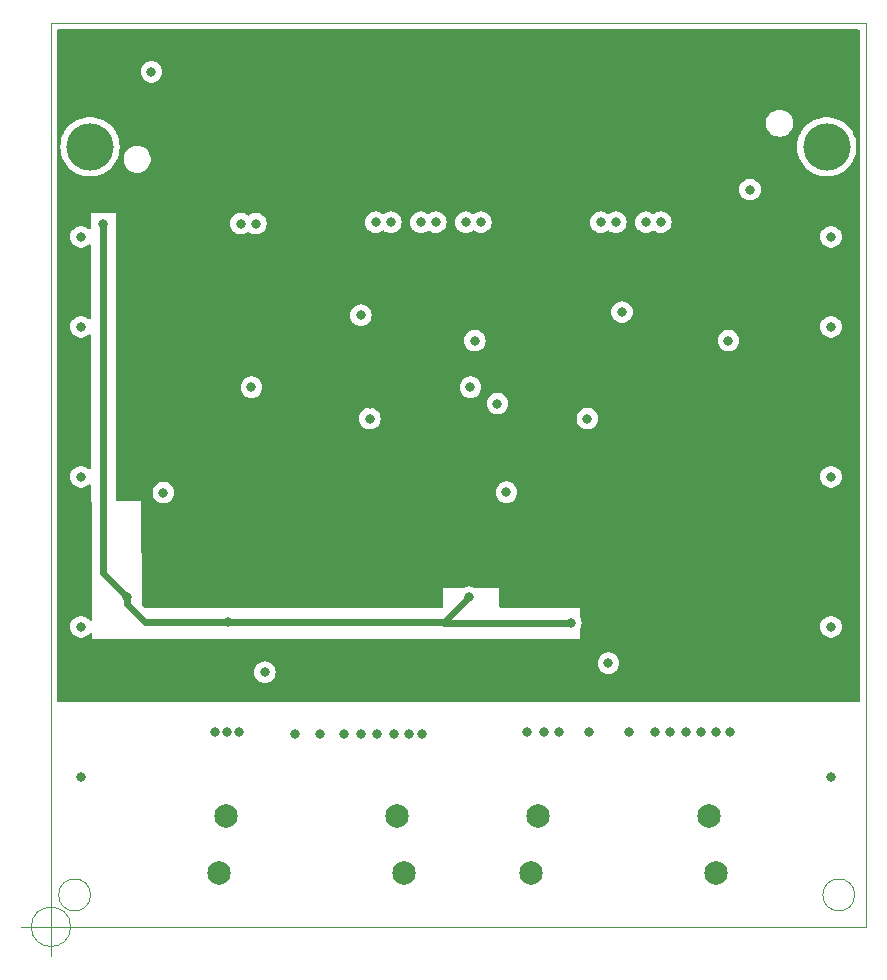
<source format=gbr>
G04 #@! TF.GenerationSoftware,KiCad,Pcbnew,(6.0.4-0)*
G04 #@! TF.CreationDate,2022-11-09T17:11:16+01:00*
G04 #@! TF.ProjectId,adapter_hybrid_assistor_hpc_2HDMI,61646170-7465-4725-9f68-79627269645f,rev?*
G04 #@! TF.SameCoordinates,Original*
G04 #@! TF.FileFunction,Copper,L3,Inr*
G04 #@! TF.FilePolarity,Positive*
%FSLAX46Y46*%
G04 Gerber Fmt 4.6, Leading zero omitted, Abs format (unit mm)*
G04 Created by KiCad (PCBNEW (6.0.4-0)) date 2022-11-09 17:11:16*
%MOMM*%
%LPD*%
G01*
G04 APERTURE LIST*
G04 #@! TA.AperFunction,Profile*
%ADD10C,0.100000*%
G04 #@! TD*
G04 #@! TA.AperFunction,Profile*
%ADD11C,0.050000*%
G04 #@! TD*
G04 #@! TA.AperFunction,ComponentPad*
%ADD12C,4.000000*%
G04 #@! TD*
G04 #@! TA.AperFunction,ComponentPad*
%ADD13C,1.995000*%
G04 #@! TD*
G04 #@! TA.AperFunction,ViaPad*
%ADD14C,0.800000*%
G04 #@! TD*
G04 #@! TA.AperFunction,Conductor*
%ADD15C,0.600000*%
G04 #@! TD*
G04 APERTURE END LIST*
D10*
X100000000Y-100000000D02*
X100000000Y-176500000D01*
X100000000Y-176500000D02*
X169000000Y-176500000D01*
X169000000Y-100000000D02*
X169000000Y-176500000D01*
X100000000Y-100000000D02*
X169000000Y-100000000D01*
D11*
X168050000Y-173800000D02*
G75*
G03*
X168050000Y-173800000I-1350000J0D01*
G01*
X103350000Y-173800000D02*
G75*
G03*
X103350000Y-173800000I-1350000J0D01*
G01*
X104500000Y-110450000D02*
G75*
G03*
X104500000Y-110450000I-1350000J0D01*
G01*
X167200000Y-110450000D02*
G75*
G03*
X167200000Y-110450000I-1350000J0D01*
G01*
X101666666Y-176500000D02*
G75*
G03*
X101666666Y-176500000I-1666666J0D01*
G01*
X97500000Y-176500000D02*
X102500000Y-176500000D01*
X100000000Y-174000000D02*
X100000000Y-179000000D01*
X101666666Y-176500000D02*
G75*
G03*
X101666666Y-176500000I-1666666J0D01*
G01*
X97500000Y-176500000D02*
X102500000Y-176500000D01*
X100000000Y-174000000D02*
X100000000Y-179000000D01*
X101666666Y-176500000D02*
G75*
G03*
X101666666Y-176500000I-1666666J0D01*
G01*
X97500000Y-176500000D02*
X102500000Y-176500000D01*
X100000000Y-174000000D02*
X100000000Y-179000000D01*
D12*
X165683000Y-110458000D03*
X103303000Y-110458000D03*
D13*
X141216000Y-167076000D03*
X155716000Y-167076000D03*
X140616000Y-171976000D03*
X156316000Y-171976000D03*
X114800000Y-167076000D03*
X129300000Y-167076000D03*
X114200000Y-171976000D03*
X129900000Y-171976000D03*
D14*
X106426000Y-148590000D03*
X135382000Y-148590000D03*
X144018000Y-150749000D03*
X104394000Y-116957000D03*
X114973000Y-150711000D03*
X166040000Y-151100000D03*
X166040000Y-138400000D03*
X102540000Y-118080000D03*
X102540000Y-125700000D03*
X120645800Y-160151200D03*
X140335000Y-160045000D03*
X126996000Y-133481000D03*
X145542000Y-160020000D03*
X126238000Y-160147000D03*
X102540000Y-163800000D03*
X118110000Y-154940000D03*
X130302000Y-160147000D03*
X148971000Y-160020000D03*
X145411000Y-133481000D03*
X116967000Y-130810000D03*
X102540000Y-151100000D03*
X166040000Y-163800000D03*
X137795000Y-132207000D03*
X108509000Y-104110000D03*
X102540000Y-138400000D03*
X166040000Y-125700000D03*
X126238000Y-124714000D03*
X122809000Y-160147000D03*
X113919000Y-160045000D03*
X152400000Y-160020000D03*
X148348000Y-124448000D03*
X147193000Y-154178000D03*
X135890000Y-126873000D03*
X159182000Y-114087000D03*
X109513000Y-139739000D03*
X166040000Y-118080000D03*
X135509000Y-130810000D03*
X138557000Y-139700000D03*
X157353000Y-126873000D03*
X156337000Y-160020000D03*
X155829000Y-125683000D03*
X136017000Y-120650000D03*
X126365000Y-122301000D03*
X145415000Y-132080000D03*
X127000000Y-132207000D03*
X118364000Y-139700000D03*
X108331000Y-107940000D03*
X158115000Y-120650000D03*
X127000000Y-134874000D03*
X133858000Y-126873000D03*
X147459000Y-122948000D03*
X135509000Y-136398000D03*
X145415000Y-135128000D03*
X116967000Y-136398000D03*
X114935000Y-148590000D03*
X106553000Y-139700000D03*
X135382000Y-139700000D03*
X143979000Y-148551000D03*
X147193000Y-139827000D03*
X147828000Y-116840000D03*
X136403000Y-116835000D03*
X135128000Y-116840000D03*
X128778000Y-116840000D03*
X131318000Y-116840000D03*
X132583000Y-116835000D03*
X146553000Y-116835000D03*
X127503000Y-116835000D03*
X116078000Y-116967000D03*
X117348000Y-116967000D03*
X157480000Y-160020000D03*
X155067000Y-160020000D03*
X153797000Y-160020000D03*
X151130000Y-160020000D03*
X143002000Y-160020000D03*
X141732000Y-160020000D03*
X114935000Y-160020000D03*
X115951000Y-160020000D03*
X124841000Y-160147000D03*
X127635000Y-160147000D03*
X129032000Y-160147000D03*
X131426000Y-160147000D03*
X151633000Y-116835000D03*
X150373000Y-116835000D03*
D15*
X114973000Y-150711000D02*
X133261000Y-150711000D01*
X104394000Y-116957000D02*
X104394000Y-146558000D01*
X106426000Y-148590000D02*
X106426000Y-149155685D01*
X133261000Y-150711000D02*
X135382000Y-148590000D01*
X106426000Y-149155685D02*
X107981315Y-150711000D01*
X133299000Y-150749000D02*
X144018000Y-150749000D01*
X107981315Y-150711000D02*
X114407315Y-150711000D01*
X133261000Y-150711000D02*
X133299000Y-150749000D01*
X104394000Y-146558000D02*
X106426000Y-148590000D01*
X114407315Y-150711000D02*
X114973000Y-150711000D01*
G04 #@! TA.AperFunction,Conductor*
G36*
X168433621Y-100528502D02*
G01*
X168480114Y-100582158D01*
X168491500Y-100634500D01*
X168491500Y-157354000D01*
X168471498Y-157422121D01*
X168417842Y-157468614D01*
X168365500Y-157480000D01*
X100634500Y-157480000D01*
X100566379Y-157459998D01*
X100519886Y-157406342D01*
X100508500Y-157354000D01*
X100508500Y-154940000D01*
X117196496Y-154940000D01*
X117197186Y-154946565D01*
X117211894Y-155086500D01*
X117216458Y-155129928D01*
X117275473Y-155311556D01*
X117370960Y-155476944D01*
X117498747Y-155618866D01*
X117653248Y-155731118D01*
X117659276Y-155733802D01*
X117659278Y-155733803D01*
X117821681Y-155806109D01*
X117827712Y-155808794D01*
X117921112Y-155828647D01*
X118008056Y-155847128D01*
X118008061Y-155847128D01*
X118014513Y-155848500D01*
X118205487Y-155848500D01*
X118211939Y-155847128D01*
X118211944Y-155847128D01*
X118298888Y-155828647D01*
X118392288Y-155808794D01*
X118398319Y-155806109D01*
X118560722Y-155733803D01*
X118560724Y-155733802D01*
X118566752Y-155731118D01*
X118721253Y-155618866D01*
X118849040Y-155476944D01*
X118944527Y-155311556D01*
X119003542Y-155129928D01*
X119008107Y-155086500D01*
X119022814Y-154946565D01*
X119023504Y-154940000D01*
X119022814Y-154933435D01*
X119004232Y-154756635D01*
X119004232Y-154756633D01*
X119003542Y-154750072D01*
X118944527Y-154568444D01*
X118849040Y-154403056D01*
X118823064Y-154374206D01*
X118725675Y-154266045D01*
X118725674Y-154266044D01*
X118721253Y-154261134D01*
X118606829Y-154178000D01*
X146279496Y-154178000D01*
X146280186Y-154184565D01*
X146287826Y-154257251D01*
X146299458Y-154367928D01*
X146358473Y-154549556D01*
X146453960Y-154714944D01*
X146458378Y-154719851D01*
X146458379Y-154719852D01*
X146485589Y-154750072D01*
X146581747Y-154856866D01*
X146680843Y-154928864D01*
X146705207Y-154946565D01*
X146736248Y-154969118D01*
X146742276Y-154971802D01*
X146742278Y-154971803D01*
X146904681Y-155044109D01*
X146910712Y-155046794D01*
X147004113Y-155066647D01*
X147091056Y-155085128D01*
X147091061Y-155085128D01*
X147097513Y-155086500D01*
X147288487Y-155086500D01*
X147294939Y-155085128D01*
X147294944Y-155085128D01*
X147381887Y-155066647D01*
X147475288Y-155046794D01*
X147481319Y-155044109D01*
X147643722Y-154971803D01*
X147643724Y-154971802D01*
X147649752Y-154969118D01*
X147680794Y-154946565D01*
X147705157Y-154928864D01*
X147804253Y-154856866D01*
X147900411Y-154750072D01*
X147927621Y-154719852D01*
X147927622Y-154719851D01*
X147932040Y-154714944D01*
X148027527Y-154549556D01*
X148086542Y-154367928D01*
X148098175Y-154257251D01*
X148105814Y-154184565D01*
X148106504Y-154178000D01*
X148095280Y-154071206D01*
X148087232Y-153994635D01*
X148087232Y-153994633D01*
X148086542Y-153988072D01*
X148027527Y-153806444D01*
X147932040Y-153641056D01*
X147804253Y-153499134D01*
X147649752Y-153386882D01*
X147643724Y-153384198D01*
X147643722Y-153384197D01*
X147481319Y-153311891D01*
X147481318Y-153311891D01*
X147475288Y-153309206D01*
X147381887Y-153289353D01*
X147294944Y-153270872D01*
X147294939Y-153270872D01*
X147288487Y-153269500D01*
X147097513Y-153269500D01*
X147091061Y-153270872D01*
X147091056Y-153270872D01*
X147004113Y-153289353D01*
X146910712Y-153309206D01*
X146904682Y-153311891D01*
X146904681Y-153311891D01*
X146742278Y-153384197D01*
X146742276Y-153384198D01*
X146736248Y-153386882D01*
X146581747Y-153499134D01*
X146453960Y-153641056D01*
X146358473Y-153806444D01*
X146299458Y-153988072D01*
X146298768Y-153994633D01*
X146298768Y-153994635D01*
X146290720Y-154071206D01*
X146279496Y-154178000D01*
X118606829Y-154178000D01*
X118572094Y-154152763D01*
X118572093Y-154152762D01*
X118566752Y-154148882D01*
X118560724Y-154146198D01*
X118560722Y-154146197D01*
X118398319Y-154073891D01*
X118398318Y-154073891D01*
X118392288Y-154071206D01*
X118298887Y-154051353D01*
X118211944Y-154032872D01*
X118211939Y-154032872D01*
X118205487Y-154031500D01*
X118014513Y-154031500D01*
X118008061Y-154032872D01*
X118008056Y-154032872D01*
X117921113Y-154051353D01*
X117827712Y-154071206D01*
X117821682Y-154073891D01*
X117821681Y-154073891D01*
X117659278Y-154146197D01*
X117659276Y-154146198D01*
X117653248Y-154148882D01*
X117647907Y-154152762D01*
X117647906Y-154152763D01*
X117613171Y-154178000D01*
X117498747Y-154261134D01*
X117494326Y-154266044D01*
X117494325Y-154266045D01*
X117396937Y-154374206D01*
X117370960Y-154403056D01*
X117275473Y-154568444D01*
X117216458Y-154750072D01*
X117215768Y-154756633D01*
X117215768Y-154756635D01*
X117197186Y-154933435D01*
X117196496Y-154940000D01*
X100508500Y-154940000D01*
X100508500Y-151100000D01*
X101626496Y-151100000D01*
X101627186Y-151106565D01*
X101641860Y-151246176D01*
X101646458Y-151289928D01*
X101705473Y-151471556D01*
X101800960Y-151636944D01*
X101928747Y-151778866D01*
X102083248Y-151891118D01*
X102089276Y-151893802D01*
X102089278Y-151893803D01*
X102251681Y-151966109D01*
X102257712Y-151968794D01*
X102351113Y-151988647D01*
X102438056Y-152007128D01*
X102438061Y-152007128D01*
X102444513Y-152008500D01*
X102635487Y-152008500D01*
X102641939Y-152007128D01*
X102641944Y-152007128D01*
X102728887Y-151988647D01*
X102822288Y-151968794D01*
X102828319Y-151966109D01*
X102990722Y-151893803D01*
X102990724Y-151893802D01*
X102996752Y-151891118D01*
X103151253Y-151778866D01*
X103279040Y-151636944D01*
X103279899Y-151637718D01*
X103330951Y-151598354D01*
X103401688Y-151592282D01*
X103464478Y-151625416D01*
X103499387Y-151687238D01*
X103502658Y-151715086D01*
X103505000Y-152146000D01*
X144780000Y-152146000D01*
X144780000Y-151279937D01*
X144796881Y-151216937D01*
X144849223Y-151126279D01*
X144849224Y-151126278D01*
X144852527Y-151120556D01*
X144859206Y-151100000D01*
X165126496Y-151100000D01*
X165127186Y-151106565D01*
X165141860Y-151246176D01*
X165146458Y-151289928D01*
X165205473Y-151471556D01*
X165300960Y-151636944D01*
X165428747Y-151778866D01*
X165583248Y-151891118D01*
X165589276Y-151893802D01*
X165589278Y-151893803D01*
X165751681Y-151966109D01*
X165757712Y-151968794D01*
X165851113Y-151988647D01*
X165938056Y-152007128D01*
X165938061Y-152007128D01*
X165944513Y-152008500D01*
X166135487Y-152008500D01*
X166141939Y-152007128D01*
X166141944Y-152007128D01*
X166228887Y-151988647D01*
X166322288Y-151968794D01*
X166328319Y-151966109D01*
X166490722Y-151893803D01*
X166490724Y-151893802D01*
X166496752Y-151891118D01*
X166651253Y-151778866D01*
X166779040Y-151636944D01*
X166874527Y-151471556D01*
X166933542Y-151289928D01*
X166938141Y-151246176D01*
X166952814Y-151106565D01*
X166953504Y-151100000D01*
X166933542Y-150910072D01*
X166874527Y-150728444D01*
X166779040Y-150563056D01*
X166651253Y-150421134D01*
X166496752Y-150308882D01*
X166490724Y-150306198D01*
X166490722Y-150306197D01*
X166328319Y-150233891D01*
X166328318Y-150233891D01*
X166322288Y-150231206D01*
X166228888Y-150211353D01*
X166141944Y-150192872D01*
X166141939Y-150192872D01*
X166135487Y-150191500D01*
X165944513Y-150191500D01*
X165938061Y-150192872D01*
X165938056Y-150192872D01*
X165851112Y-150211353D01*
X165757712Y-150231206D01*
X165751682Y-150233891D01*
X165751681Y-150233891D01*
X165589278Y-150306197D01*
X165589276Y-150306198D01*
X165583248Y-150308882D01*
X165428747Y-150421134D01*
X165300960Y-150563056D01*
X165205473Y-150728444D01*
X165146458Y-150910072D01*
X165126496Y-151100000D01*
X144859206Y-151100000D01*
X144911542Y-150938928D01*
X144931504Y-150749000D01*
X144911542Y-150559072D01*
X144852527Y-150377444D01*
X144796881Y-150281062D01*
X144780000Y-150218063D01*
X144780000Y-149479000D01*
X138048000Y-149479000D01*
X137979879Y-149458998D01*
X137933386Y-149405342D01*
X137922000Y-149353000D01*
X137922000Y-147828000D01*
X135919770Y-147828000D01*
X135851649Y-147807998D01*
X135845707Y-147803935D01*
X135844091Y-147802761D01*
X135838752Y-147798882D01*
X135664288Y-147721206D01*
X135570888Y-147701353D01*
X135483944Y-147682872D01*
X135483939Y-147682872D01*
X135477487Y-147681500D01*
X135286513Y-147681500D01*
X135280061Y-147682872D01*
X135280056Y-147682872D01*
X135193112Y-147701353D01*
X135099712Y-147721206D01*
X134925248Y-147798882D01*
X134919909Y-147802761D01*
X134918293Y-147803935D01*
X134917199Y-147804325D01*
X134914186Y-147806065D01*
X134913868Y-147805514D01*
X134851425Y-147827794D01*
X134844230Y-147828000D01*
X133223000Y-147828000D01*
X133223000Y-149353000D01*
X133202998Y-149421121D01*
X133149342Y-149467614D01*
X133097000Y-149479000D01*
X107944897Y-149479000D01*
X107876776Y-149458998D01*
X107855802Y-149442095D01*
X107731143Y-149317436D01*
X107697117Y-149255124D01*
X107694241Y-149229228D01*
X107632628Y-140480114D01*
X107632628Y-140480113D01*
X107632500Y-140462000D01*
X105663000Y-140462000D01*
X105594879Y-140441998D01*
X105548386Y-140388342D01*
X105537000Y-140336000D01*
X105537000Y-139739000D01*
X108599496Y-139739000D01*
X108619458Y-139928928D01*
X108678473Y-140110556D01*
X108773960Y-140275944D01*
X108778378Y-140280851D01*
X108778379Y-140280852D01*
X108897325Y-140412955D01*
X108901747Y-140417866D01*
X109056248Y-140530118D01*
X109062276Y-140532802D01*
X109062278Y-140532803D01*
X109224681Y-140605109D01*
X109230712Y-140607794D01*
X109324112Y-140627647D01*
X109411056Y-140646128D01*
X109411061Y-140646128D01*
X109417513Y-140647500D01*
X109608487Y-140647500D01*
X109614939Y-140646128D01*
X109614944Y-140646128D01*
X109701888Y-140627647D01*
X109795288Y-140607794D01*
X109801319Y-140605109D01*
X109963722Y-140532803D01*
X109963724Y-140532802D01*
X109969752Y-140530118D01*
X110124253Y-140417866D01*
X110128675Y-140412955D01*
X110247621Y-140280852D01*
X110247622Y-140280851D01*
X110252040Y-140275944D01*
X110347527Y-140110556D01*
X110406542Y-139928928D01*
X110426504Y-139739000D01*
X110422405Y-139700000D01*
X137643496Y-139700000D01*
X137663458Y-139889928D01*
X137722473Y-140071556D01*
X137817960Y-140236944D01*
X137945747Y-140378866D01*
X138100248Y-140491118D01*
X138106276Y-140493802D01*
X138106278Y-140493803D01*
X138268681Y-140566109D01*
X138274712Y-140568794D01*
X138368113Y-140588647D01*
X138455056Y-140607128D01*
X138455061Y-140607128D01*
X138461513Y-140608500D01*
X138652487Y-140608500D01*
X138658939Y-140607128D01*
X138658944Y-140607128D01*
X138745887Y-140588647D01*
X138839288Y-140568794D01*
X138845319Y-140566109D01*
X139007722Y-140493803D01*
X139007724Y-140493802D01*
X139013752Y-140491118D01*
X139168253Y-140378866D01*
X139296040Y-140236944D01*
X139391527Y-140071556D01*
X139450542Y-139889928D01*
X139470504Y-139700000D01*
X139450542Y-139510072D01*
X139391527Y-139328444D01*
X139296040Y-139163056D01*
X139215820Y-139073962D01*
X139172675Y-139026045D01*
X139172674Y-139026044D01*
X139168253Y-139021134D01*
X139013752Y-138908882D01*
X139007724Y-138906198D01*
X139007722Y-138906197D01*
X138845319Y-138833891D01*
X138845318Y-138833891D01*
X138839288Y-138831206D01*
X138745888Y-138811353D01*
X138658944Y-138792872D01*
X138658939Y-138792872D01*
X138652487Y-138791500D01*
X138461513Y-138791500D01*
X138455061Y-138792872D01*
X138455056Y-138792872D01*
X138368112Y-138811353D01*
X138274712Y-138831206D01*
X138268682Y-138833891D01*
X138268681Y-138833891D01*
X138106278Y-138906197D01*
X138106276Y-138906198D01*
X138100248Y-138908882D01*
X137945747Y-139021134D01*
X137941326Y-139026044D01*
X137941325Y-139026045D01*
X137898181Y-139073962D01*
X137817960Y-139163056D01*
X137722473Y-139328444D01*
X137663458Y-139510072D01*
X137643496Y-139700000D01*
X110422405Y-139700000D01*
X110406542Y-139549072D01*
X110347527Y-139367444D01*
X110252040Y-139202056D01*
X110242192Y-139191118D01*
X110128675Y-139065045D01*
X110128674Y-139065044D01*
X110124253Y-139060134D01*
X109969752Y-138947882D01*
X109963724Y-138945198D01*
X109963722Y-138945197D01*
X109801319Y-138872891D01*
X109801318Y-138872891D01*
X109795288Y-138870206D01*
X109701887Y-138850353D01*
X109614944Y-138831872D01*
X109614939Y-138831872D01*
X109608487Y-138830500D01*
X109417513Y-138830500D01*
X109411061Y-138831872D01*
X109411056Y-138831872D01*
X109324113Y-138850353D01*
X109230712Y-138870206D01*
X109224682Y-138872891D01*
X109224681Y-138872891D01*
X109062278Y-138945197D01*
X109062276Y-138945198D01*
X109056248Y-138947882D01*
X108901747Y-139060134D01*
X108897326Y-139065044D01*
X108897325Y-139065045D01*
X108783809Y-139191118D01*
X108773960Y-139202056D01*
X108678473Y-139367444D01*
X108619458Y-139549072D01*
X108599496Y-139739000D01*
X105537000Y-139739000D01*
X105537000Y-138400000D01*
X165126496Y-138400000D01*
X165146458Y-138589928D01*
X165205473Y-138771556D01*
X165300960Y-138936944D01*
X165305378Y-138941851D01*
X165305379Y-138941852D01*
X165420351Y-139069541D01*
X165428747Y-139078866D01*
X165583248Y-139191118D01*
X165589276Y-139193802D01*
X165589278Y-139193803D01*
X165607815Y-139202056D01*
X165757712Y-139268794D01*
X165851113Y-139288647D01*
X165938056Y-139307128D01*
X165938061Y-139307128D01*
X165944513Y-139308500D01*
X166135487Y-139308500D01*
X166141939Y-139307128D01*
X166141944Y-139307128D01*
X166228887Y-139288647D01*
X166322288Y-139268794D01*
X166472185Y-139202056D01*
X166490722Y-139193803D01*
X166490724Y-139193802D01*
X166496752Y-139191118D01*
X166651253Y-139078866D01*
X166659649Y-139069541D01*
X166774621Y-138941852D01*
X166774622Y-138941851D01*
X166779040Y-138936944D01*
X166874527Y-138771556D01*
X166933542Y-138589928D01*
X166953504Y-138400000D01*
X166933542Y-138210072D01*
X166874527Y-138028444D01*
X166779040Y-137863056D01*
X166668192Y-137739946D01*
X166655675Y-137726045D01*
X166655674Y-137726044D01*
X166651253Y-137721134D01*
X166496752Y-137608882D01*
X166490724Y-137606198D01*
X166490722Y-137606197D01*
X166328319Y-137533891D01*
X166328318Y-137533891D01*
X166322288Y-137531206D01*
X166228887Y-137511353D01*
X166141944Y-137492872D01*
X166141939Y-137492872D01*
X166135487Y-137491500D01*
X165944513Y-137491500D01*
X165938061Y-137492872D01*
X165938056Y-137492872D01*
X165851113Y-137511353D01*
X165757712Y-137531206D01*
X165751682Y-137533891D01*
X165751681Y-137533891D01*
X165589278Y-137606197D01*
X165589276Y-137606198D01*
X165583248Y-137608882D01*
X165428747Y-137721134D01*
X165424326Y-137726044D01*
X165424325Y-137726045D01*
X165411809Y-137739946D01*
X165300960Y-137863056D01*
X165205473Y-138028444D01*
X165146458Y-138210072D01*
X165126496Y-138400000D01*
X105537000Y-138400000D01*
X105537000Y-133481000D01*
X126082496Y-133481000D01*
X126102458Y-133670928D01*
X126161473Y-133852556D01*
X126256960Y-134017944D01*
X126384747Y-134159866D01*
X126539248Y-134272118D01*
X126545276Y-134274802D01*
X126545278Y-134274803D01*
X126707681Y-134347109D01*
X126713712Y-134349794D01*
X126807113Y-134369647D01*
X126894056Y-134388128D01*
X126894061Y-134388128D01*
X126900513Y-134389500D01*
X127091487Y-134389500D01*
X127097939Y-134388128D01*
X127097944Y-134388128D01*
X127184887Y-134369647D01*
X127278288Y-134349794D01*
X127284319Y-134347109D01*
X127446722Y-134274803D01*
X127446724Y-134274802D01*
X127452752Y-134272118D01*
X127607253Y-134159866D01*
X127735040Y-134017944D01*
X127830527Y-133852556D01*
X127889542Y-133670928D01*
X127909504Y-133481000D01*
X144497496Y-133481000D01*
X144517458Y-133670928D01*
X144576473Y-133852556D01*
X144671960Y-134017944D01*
X144799747Y-134159866D01*
X144954248Y-134272118D01*
X144960276Y-134274802D01*
X144960278Y-134274803D01*
X145122681Y-134347109D01*
X145128712Y-134349794D01*
X145222113Y-134369647D01*
X145309056Y-134388128D01*
X145309061Y-134388128D01*
X145315513Y-134389500D01*
X145506487Y-134389500D01*
X145512939Y-134388128D01*
X145512944Y-134388128D01*
X145599887Y-134369647D01*
X145693288Y-134349794D01*
X145699319Y-134347109D01*
X145861722Y-134274803D01*
X145861724Y-134274802D01*
X145867752Y-134272118D01*
X146022253Y-134159866D01*
X146150040Y-134017944D01*
X146245527Y-133852556D01*
X146304542Y-133670928D01*
X146324504Y-133481000D01*
X146304542Y-133291072D01*
X146245527Y-133109444D01*
X146150040Y-132944056D01*
X146022253Y-132802134D01*
X145867752Y-132689882D01*
X145861724Y-132687198D01*
X145861722Y-132687197D01*
X145699319Y-132614891D01*
X145699318Y-132614891D01*
X145693288Y-132612206D01*
X145599888Y-132592353D01*
X145512944Y-132573872D01*
X145512939Y-132573872D01*
X145506487Y-132572500D01*
X145315513Y-132572500D01*
X145309061Y-132573872D01*
X145309056Y-132573872D01*
X145222112Y-132592353D01*
X145128712Y-132612206D01*
X145122682Y-132614891D01*
X145122681Y-132614891D01*
X144960278Y-132687197D01*
X144960276Y-132687198D01*
X144954248Y-132689882D01*
X144799747Y-132802134D01*
X144671960Y-132944056D01*
X144576473Y-133109444D01*
X144517458Y-133291072D01*
X144497496Y-133481000D01*
X127909504Y-133481000D01*
X127889542Y-133291072D01*
X127830527Y-133109444D01*
X127735040Y-132944056D01*
X127607253Y-132802134D01*
X127452752Y-132689882D01*
X127446724Y-132687198D01*
X127446722Y-132687197D01*
X127284319Y-132614891D01*
X127284318Y-132614891D01*
X127278288Y-132612206D01*
X127184888Y-132592353D01*
X127097944Y-132573872D01*
X127097939Y-132573872D01*
X127091487Y-132572500D01*
X126900513Y-132572500D01*
X126894061Y-132573872D01*
X126894056Y-132573872D01*
X126807112Y-132592353D01*
X126713712Y-132612206D01*
X126707682Y-132614891D01*
X126707681Y-132614891D01*
X126545278Y-132687197D01*
X126545276Y-132687198D01*
X126539248Y-132689882D01*
X126384747Y-132802134D01*
X126256960Y-132944056D01*
X126161473Y-133109444D01*
X126102458Y-133291072D01*
X126082496Y-133481000D01*
X105537000Y-133481000D01*
X105537000Y-132207000D01*
X136881496Y-132207000D01*
X136901458Y-132396928D01*
X136960473Y-132578556D01*
X137055960Y-132743944D01*
X137183747Y-132885866D01*
X137338248Y-132998118D01*
X137344276Y-133000802D01*
X137344278Y-133000803D01*
X137506681Y-133073109D01*
X137512712Y-133075794D01*
X137606112Y-133095647D01*
X137693056Y-133114128D01*
X137693061Y-133114128D01*
X137699513Y-133115500D01*
X137890487Y-133115500D01*
X137896939Y-133114128D01*
X137896944Y-133114128D01*
X137983888Y-133095647D01*
X138077288Y-133075794D01*
X138083319Y-133073109D01*
X138245722Y-133000803D01*
X138245724Y-133000802D01*
X138251752Y-132998118D01*
X138406253Y-132885866D01*
X138534040Y-132743944D01*
X138629527Y-132578556D01*
X138688542Y-132396928D01*
X138708504Y-132207000D01*
X138688542Y-132017072D01*
X138629527Y-131835444D01*
X138534040Y-131670056D01*
X138406253Y-131528134D01*
X138251752Y-131415882D01*
X138245724Y-131413198D01*
X138245722Y-131413197D01*
X138083319Y-131340891D01*
X138083318Y-131340891D01*
X138077288Y-131338206D01*
X137983887Y-131318353D01*
X137896944Y-131299872D01*
X137896939Y-131299872D01*
X137890487Y-131298500D01*
X137699513Y-131298500D01*
X137693061Y-131299872D01*
X137693056Y-131299872D01*
X137606113Y-131318353D01*
X137512712Y-131338206D01*
X137506682Y-131340891D01*
X137506681Y-131340891D01*
X137344278Y-131413197D01*
X137344276Y-131413198D01*
X137338248Y-131415882D01*
X137183747Y-131528134D01*
X137055960Y-131670056D01*
X136960473Y-131835444D01*
X136901458Y-132017072D01*
X136881496Y-132207000D01*
X105537000Y-132207000D01*
X105537000Y-130810000D01*
X116053496Y-130810000D01*
X116073458Y-130999928D01*
X116132473Y-131181556D01*
X116227960Y-131346944D01*
X116355747Y-131488866D01*
X116510248Y-131601118D01*
X116516276Y-131603802D01*
X116516278Y-131603803D01*
X116654062Y-131665148D01*
X116684712Y-131678794D01*
X116778113Y-131698647D01*
X116865056Y-131717128D01*
X116865061Y-131717128D01*
X116871513Y-131718500D01*
X117062487Y-131718500D01*
X117068939Y-131717128D01*
X117068944Y-131717128D01*
X117155887Y-131698647D01*
X117249288Y-131678794D01*
X117279938Y-131665148D01*
X117417722Y-131603803D01*
X117417724Y-131603802D01*
X117423752Y-131601118D01*
X117578253Y-131488866D01*
X117706040Y-131346944D01*
X117801527Y-131181556D01*
X117860542Y-130999928D01*
X117880504Y-130810000D01*
X134595496Y-130810000D01*
X134615458Y-130999928D01*
X134674473Y-131181556D01*
X134769960Y-131346944D01*
X134897747Y-131488866D01*
X135052248Y-131601118D01*
X135058276Y-131603802D01*
X135058278Y-131603803D01*
X135196062Y-131665148D01*
X135226712Y-131678794D01*
X135320113Y-131698647D01*
X135407056Y-131717128D01*
X135407061Y-131717128D01*
X135413513Y-131718500D01*
X135604487Y-131718500D01*
X135610939Y-131717128D01*
X135610944Y-131717128D01*
X135697887Y-131698647D01*
X135791288Y-131678794D01*
X135821938Y-131665148D01*
X135959722Y-131603803D01*
X135959724Y-131603802D01*
X135965752Y-131601118D01*
X136120253Y-131488866D01*
X136248040Y-131346944D01*
X136343527Y-131181556D01*
X136402542Y-130999928D01*
X136422504Y-130810000D01*
X136402542Y-130620072D01*
X136343527Y-130438444D01*
X136248040Y-130273056D01*
X136120253Y-130131134D01*
X135965752Y-130018882D01*
X135959724Y-130016198D01*
X135959722Y-130016197D01*
X135797319Y-129943891D01*
X135797318Y-129943891D01*
X135791288Y-129941206D01*
X135697888Y-129921353D01*
X135610944Y-129902872D01*
X135610939Y-129902872D01*
X135604487Y-129901500D01*
X135413513Y-129901500D01*
X135407061Y-129902872D01*
X135407056Y-129902872D01*
X135320112Y-129921353D01*
X135226712Y-129941206D01*
X135220682Y-129943891D01*
X135220681Y-129943891D01*
X135058278Y-130016197D01*
X135058276Y-130016198D01*
X135052248Y-130018882D01*
X134897747Y-130131134D01*
X134769960Y-130273056D01*
X134674473Y-130438444D01*
X134615458Y-130620072D01*
X134595496Y-130810000D01*
X117880504Y-130810000D01*
X117860542Y-130620072D01*
X117801527Y-130438444D01*
X117706040Y-130273056D01*
X117578253Y-130131134D01*
X117423752Y-130018882D01*
X117417724Y-130016198D01*
X117417722Y-130016197D01*
X117255319Y-129943891D01*
X117255318Y-129943891D01*
X117249288Y-129941206D01*
X117155888Y-129921353D01*
X117068944Y-129902872D01*
X117068939Y-129902872D01*
X117062487Y-129901500D01*
X116871513Y-129901500D01*
X116865061Y-129902872D01*
X116865056Y-129902872D01*
X116778112Y-129921353D01*
X116684712Y-129941206D01*
X116678682Y-129943891D01*
X116678681Y-129943891D01*
X116516278Y-130016197D01*
X116516276Y-130016198D01*
X116510248Y-130018882D01*
X116355747Y-130131134D01*
X116227960Y-130273056D01*
X116132473Y-130438444D01*
X116073458Y-130620072D01*
X116053496Y-130810000D01*
X105537000Y-130810000D01*
X105537000Y-126873000D01*
X134976496Y-126873000D01*
X134996458Y-127062928D01*
X135055473Y-127244556D01*
X135150960Y-127409944D01*
X135278747Y-127551866D01*
X135433248Y-127664118D01*
X135439276Y-127666802D01*
X135439278Y-127666803D01*
X135601681Y-127739109D01*
X135607712Y-127741794D01*
X135701113Y-127761647D01*
X135788056Y-127780128D01*
X135788061Y-127780128D01*
X135794513Y-127781500D01*
X135985487Y-127781500D01*
X135991939Y-127780128D01*
X135991944Y-127780128D01*
X136078887Y-127761647D01*
X136172288Y-127741794D01*
X136178319Y-127739109D01*
X136340722Y-127666803D01*
X136340724Y-127666802D01*
X136346752Y-127664118D01*
X136501253Y-127551866D01*
X136629040Y-127409944D01*
X136724527Y-127244556D01*
X136783542Y-127062928D01*
X136803504Y-126873000D01*
X156439496Y-126873000D01*
X156459458Y-127062928D01*
X156518473Y-127244556D01*
X156613960Y-127409944D01*
X156741747Y-127551866D01*
X156896248Y-127664118D01*
X156902276Y-127666802D01*
X156902278Y-127666803D01*
X157064681Y-127739109D01*
X157070712Y-127741794D01*
X157164113Y-127761647D01*
X157251056Y-127780128D01*
X157251061Y-127780128D01*
X157257513Y-127781500D01*
X157448487Y-127781500D01*
X157454939Y-127780128D01*
X157454944Y-127780128D01*
X157541887Y-127761647D01*
X157635288Y-127741794D01*
X157641319Y-127739109D01*
X157803722Y-127666803D01*
X157803724Y-127666802D01*
X157809752Y-127664118D01*
X157964253Y-127551866D01*
X158092040Y-127409944D01*
X158187527Y-127244556D01*
X158246542Y-127062928D01*
X158266504Y-126873000D01*
X158246542Y-126683072D01*
X158187527Y-126501444D01*
X158183116Y-126493803D01*
X158113921Y-126373955D01*
X158092040Y-126336056D01*
X158007219Y-126241852D01*
X157968675Y-126199045D01*
X157968674Y-126199044D01*
X157964253Y-126194134D01*
X157809752Y-126081882D01*
X157803724Y-126079198D01*
X157803722Y-126079197D01*
X157641319Y-126006891D01*
X157641318Y-126006891D01*
X157635288Y-126004206D01*
X157541888Y-125984353D01*
X157454944Y-125965872D01*
X157454939Y-125965872D01*
X157448487Y-125964500D01*
X157257513Y-125964500D01*
X157251061Y-125965872D01*
X157251056Y-125965872D01*
X157164112Y-125984353D01*
X157070712Y-126004206D01*
X157064682Y-126006891D01*
X157064681Y-126006891D01*
X156902278Y-126079197D01*
X156902276Y-126079198D01*
X156896248Y-126081882D01*
X156741747Y-126194134D01*
X156737326Y-126199044D01*
X156737325Y-126199045D01*
X156698782Y-126241852D01*
X156613960Y-126336056D01*
X156592079Y-126373955D01*
X156522885Y-126493803D01*
X156518473Y-126501444D01*
X156459458Y-126683072D01*
X156439496Y-126873000D01*
X136803504Y-126873000D01*
X136783542Y-126683072D01*
X136724527Y-126501444D01*
X136720116Y-126493803D01*
X136650921Y-126373955D01*
X136629040Y-126336056D01*
X136544219Y-126241852D01*
X136505675Y-126199045D01*
X136505674Y-126199044D01*
X136501253Y-126194134D01*
X136346752Y-126081882D01*
X136340724Y-126079198D01*
X136340722Y-126079197D01*
X136178319Y-126006891D01*
X136178318Y-126006891D01*
X136172288Y-126004206D01*
X136078888Y-125984353D01*
X135991944Y-125965872D01*
X135991939Y-125965872D01*
X135985487Y-125964500D01*
X135794513Y-125964500D01*
X135788061Y-125965872D01*
X135788056Y-125965872D01*
X135701112Y-125984353D01*
X135607712Y-126004206D01*
X135601682Y-126006891D01*
X135601681Y-126006891D01*
X135439278Y-126079197D01*
X135439276Y-126079198D01*
X135433248Y-126081882D01*
X135278747Y-126194134D01*
X135274326Y-126199044D01*
X135274325Y-126199045D01*
X135235782Y-126241852D01*
X135150960Y-126336056D01*
X135129079Y-126373955D01*
X135059885Y-126493803D01*
X135055473Y-126501444D01*
X134996458Y-126683072D01*
X134976496Y-126873000D01*
X105537000Y-126873000D01*
X105537000Y-125700000D01*
X165126496Y-125700000D01*
X165146458Y-125889928D01*
X165205473Y-126071556D01*
X165208776Y-126077278D01*
X165208777Y-126077279D01*
X165211435Y-126081882D01*
X165300960Y-126236944D01*
X165305378Y-126241851D01*
X165305379Y-126241852D01*
X165389321Y-126335079D01*
X165428747Y-126378866D01*
X165583248Y-126491118D01*
X165589276Y-126493802D01*
X165589278Y-126493803D01*
X165620557Y-126507729D01*
X165757712Y-126568794D01*
X165851113Y-126588647D01*
X165938056Y-126607128D01*
X165938061Y-126607128D01*
X165944513Y-126608500D01*
X166135487Y-126608500D01*
X166141939Y-126607128D01*
X166141944Y-126607128D01*
X166228887Y-126588647D01*
X166322288Y-126568794D01*
X166459443Y-126507729D01*
X166490722Y-126493803D01*
X166490724Y-126493802D01*
X166496752Y-126491118D01*
X166651253Y-126378866D01*
X166690679Y-126335079D01*
X166774621Y-126241852D01*
X166774622Y-126241851D01*
X166779040Y-126236944D01*
X166868565Y-126081882D01*
X166871223Y-126077279D01*
X166871224Y-126077278D01*
X166874527Y-126071556D01*
X166933542Y-125889928D01*
X166953504Y-125700000D01*
X166933542Y-125510072D01*
X166874527Y-125328444D01*
X166779040Y-125163056D01*
X166746455Y-125126866D01*
X166655675Y-125026045D01*
X166655674Y-125026044D01*
X166651253Y-125021134D01*
X166496752Y-124908882D01*
X166490724Y-124906198D01*
X166490722Y-124906197D01*
X166328319Y-124833891D01*
X166328318Y-124833891D01*
X166322288Y-124831206D01*
X166228887Y-124811353D01*
X166141944Y-124792872D01*
X166141939Y-124792872D01*
X166135487Y-124791500D01*
X165944513Y-124791500D01*
X165938061Y-124792872D01*
X165938056Y-124792872D01*
X165851113Y-124811353D01*
X165757712Y-124831206D01*
X165751682Y-124833891D01*
X165751681Y-124833891D01*
X165589278Y-124906197D01*
X165589276Y-124906198D01*
X165583248Y-124908882D01*
X165428747Y-125021134D01*
X165424326Y-125026044D01*
X165424325Y-125026045D01*
X165333546Y-125126866D01*
X165300960Y-125163056D01*
X165205473Y-125328444D01*
X165146458Y-125510072D01*
X165126496Y-125700000D01*
X105537000Y-125700000D01*
X105537000Y-124714000D01*
X125324496Y-124714000D01*
X125344458Y-124903928D01*
X125403473Y-125085556D01*
X125498960Y-125250944D01*
X125503378Y-125255851D01*
X125503379Y-125255852D01*
X125594003Y-125356500D01*
X125626747Y-125392866D01*
X125781248Y-125505118D01*
X125787276Y-125507802D01*
X125787278Y-125507803D01*
X125949681Y-125580109D01*
X125955712Y-125582794D01*
X126049113Y-125602647D01*
X126136056Y-125621128D01*
X126136061Y-125621128D01*
X126142513Y-125622500D01*
X126333487Y-125622500D01*
X126339939Y-125621128D01*
X126339944Y-125621128D01*
X126426887Y-125602647D01*
X126520288Y-125582794D01*
X126526319Y-125580109D01*
X126688722Y-125507803D01*
X126688724Y-125507802D01*
X126694752Y-125505118D01*
X126849253Y-125392866D01*
X126881997Y-125356500D01*
X126972621Y-125255852D01*
X126972622Y-125255851D01*
X126977040Y-125250944D01*
X127072527Y-125085556D01*
X127131542Y-124903928D01*
X127151504Y-124714000D01*
X127150814Y-124707435D01*
X127132232Y-124530635D01*
X127132232Y-124530633D01*
X127131542Y-124524072D01*
X127106825Y-124448000D01*
X147434496Y-124448000D01*
X147435186Y-124454565D01*
X147441832Y-124517794D01*
X147454458Y-124637928D01*
X147513473Y-124819556D01*
X147608960Y-124984944D01*
X147613378Y-124989851D01*
X147613379Y-124989852D01*
X147645961Y-125026038D01*
X147736747Y-125126866D01*
X147891248Y-125239118D01*
X147897276Y-125241802D01*
X147897278Y-125241803D01*
X147928833Y-125255852D01*
X148065712Y-125316794D01*
X148150089Y-125334729D01*
X148246056Y-125355128D01*
X148246061Y-125355128D01*
X148252513Y-125356500D01*
X148443487Y-125356500D01*
X148449939Y-125355128D01*
X148449944Y-125355128D01*
X148545911Y-125334729D01*
X148630288Y-125316794D01*
X148767167Y-125255852D01*
X148798722Y-125241803D01*
X148798724Y-125241802D01*
X148804752Y-125239118D01*
X148959253Y-125126866D01*
X149050039Y-125026038D01*
X149082621Y-124989852D01*
X149082622Y-124989851D01*
X149087040Y-124984944D01*
X149182527Y-124819556D01*
X149241542Y-124637928D01*
X149254169Y-124517794D01*
X149260814Y-124454565D01*
X149261504Y-124448000D01*
X149241542Y-124258072D01*
X149182527Y-124076444D01*
X149087040Y-123911056D01*
X149027749Y-123845206D01*
X148963675Y-123774045D01*
X148963674Y-123774044D01*
X148959253Y-123769134D01*
X148804752Y-123656882D01*
X148798724Y-123654198D01*
X148798722Y-123654197D01*
X148636319Y-123581891D01*
X148636318Y-123581891D01*
X148630288Y-123579206D01*
X148536887Y-123559353D01*
X148449944Y-123540872D01*
X148449939Y-123540872D01*
X148443487Y-123539500D01*
X148252513Y-123539500D01*
X148246061Y-123540872D01*
X148246056Y-123540872D01*
X148159113Y-123559353D01*
X148065712Y-123579206D01*
X148059682Y-123581891D01*
X148059681Y-123581891D01*
X147897278Y-123654197D01*
X147897276Y-123654198D01*
X147891248Y-123656882D01*
X147736747Y-123769134D01*
X147732326Y-123774044D01*
X147732325Y-123774045D01*
X147668252Y-123845206D01*
X147608960Y-123911056D01*
X147513473Y-124076444D01*
X147454458Y-124258072D01*
X147434496Y-124448000D01*
X127106825Y-124448000D01*
X127072527Y-124342444D01*
X126977040Y-124177056D01*
X126849253Y-124035134D01*
X126694752Y-123922882D01*
X126688724Y-123920198D01*
X126688722Y-123920197D01*
X126526319Y-123847891D01*
X126526318Y-123847891D01*
X126520288Y-123845206D01*
X126426888Y-123825353D01*
X126339944Y-123806872D01*
X126339939Y-123806872D01*
X126333487Y-123805500D01*
X126142513Y-123805500D01*
X126136061Y-123806872D01*
X126136056Y-123806872D01*
X126049112Y-123825353D01*
X125955712Y-123845206D01*
X125949682Y-123847891D01*
X125949681Y-123847891D01*
X125787278Y-123920197D01*
X125787276Y-123920198D01*
X125781248Y-123922882D01*
X125626747Y-124035134D01*
X125498960Y-124177056D01*
X125403473Y-124342444D01*
X125344458Y-124524072D01*
X125343768Y-124530633D01*
X125343768Y-124530635D01*
X125325186Y-124707435D01*
X125324496Y-124714000D01*
X105537000Y-124714000D01*
X105537000Y-118080000D01*
X165126496Y-118080000D01*
X165146458Y-118269928D01*
X165205473Y-118451556D01*
X165300960Y-118616944D01*
X165305378Y-118621851D01*
X165305379Y-118621852D01*
X165389321Y-118715079D01*
X165428747Y-118758866D01*
X165583248Y-118871118D01*
X165589276Y-118873802D01*
X165589278Y-118873803D01*
X165751681Y-118946109D01*
X165757712Y-118948794D01*
X165851113Y-118968647D01*
X165938056Y-118987128D01*
X165938061Y-118987128D01*
X165944513Y-118988500D01*
X166135487Y-118988500D01*
X166141939Y-118987128D01*
X166141944Y-118987128D01*
X166228887Y-118968647D01*
X166322288Y-118948794D01*
X166328319Y-118946109D01*
X166490722Y-118873803D01*
X166490724Y-118873802D01*
X166496752Y-118871118D01*
X166651253Y-118758866D01*
X166690679Y-118715079D01*
X166774621Y-118621852D01*
X166774622Y-118621851D01*
X166779040Y-118616944D01*
X166874527Y-118451556D01*
X166933542Y-118269928D01*
X166953504Y-118080000D01*
X166933542Y-117890072D01*
X166874527Y-117708444D01*
X166779040Y-117543056D01*
X166752838Y-117513955D01*
X166655675Y-117406045D01*
X166655674Y-117406044D01*
X166651253Y-117401134D01*
X166496752Y-117288882D01*
X166490724Y-117286198D01*
X166490722Y-117286197D01*
X166328319Y-117213891D01*
X166328318Y-117213891D01*
X166322288Y-117211206D01*
X166228887Y-117191353D01*
X166141944Y-117172872D01*
X166141939Y-117172872D01*
X166135487Y-117171500D01*
X165944513Y-117171500D01*
X165938061Y-117172872D01*
X165938056Y-117172872D01*
X165851113Y-117191353D01*
X165757712Y-117211206D01*
X165751682Y-117213891D01*
X165751681Y-117213891D01*
X165589278Y-117286197D01*
X165589276Y-117286198D01*
X165583248Y-117288882D01*
X165428747Y-117401134D01*
X165424326Y-117406044D01*
X165424325Y-117406045D01*
X165327163Y-117513955D01*
X165300960Y-117543056D01*
X165205473Y-117708444D01*
X165146458Y-117890072D01*
X165126496Y-118080000D01*
X105537000Y-118080000D01*
X105537000Y-116967000D01*
X115164496Y-116967000D01*
X115184458Y-117156928D01*
X115243473Y-117338556D01*
X115338960Y-117503944D01*
X115343378Y-117508851D01*
X115343379Y-117508852D01*
X115377076Y-117546276D01*
X115466747Y-117645866D01*
X115542782Y-117701109D01*
X115606122Y-117747128D01*
X115621248Y-117758118D01*
X115627276Y-117760802D01*
X115627278Y-117760803D01*
X115789681Y-117833109D01*
X115795712Y-117835794D01*
X115889113Y-117855647D01*
X115976056Y-117874128D01*
X115976061Y-117874128D01*
X115982513Y-117875500D01*
X116173487Y-117875500D01*
X116179939Y-117874128D01*
X116179944Y-117874128D01*
X116266887Y-117855647D01*
X116360288Y-117835794D01*
X116366319Y-117833109D01*
X116528722Y-117760803D01*
X116528724Y-117760802D01*
X116534752Y-117758118D01*
X116549879Y-117747128D01*
X116588410Y-117719133D01*
X116638940Y-117682421D01*
X116705806Y-117658563D01*
X116774958Y-117674643D01*
X116787056Y-117682418D01*
X116837590Y-117719133D01*
X116876122Y-117747128D01*
X116891248Y-117758118D01*
X116897276Y-117760802D01*
X116897278Y-117760803D01*
X117059681Y-117833109D01*
X117065712Y-117835794D01*
X117159113Y-117855647D01*
X117246056Y-117874128D01*
X117246061Y-117874128D01*
X117252513Y-117875500D01*
X117443487Y-117875500D01*
X117449939Y-117874128D01*
X117449944Y-117874128D01*
X117536887Y-117855647D01*
X117630288Y-117835794D01*
X117636319Y-117833109D01*
X117798722Y-117760803D01*
X117798724Y-117760802D01*
X117804752Y-117758118D01*
X117819879Y-117747128D01*
X117883218Y-117701109D01*
X117959253Y-117645866D01*
X118048924Y-117546276D01*
X118082621Y-117508852D01*
X118082622Y-117508851D01*
X118087040Y-117503944D01*
X118182527Y-117338556D01*
X118241542Y-117156928D01*
X118261504Y-116967000D01*
X118248846Y-116846565D01*
X118247631Y-116835000D01*
X126589496Y-116835000D01*
X126590186Y-116841565D01*
X126604060Y-116973565D01*
X126609458Y-117024928D01*
X126668473Y-117206556D01*
X126763960Y-117371944D01*
X126768378Y-117376851D01*
X126768379Y-117376852D01*
X126867751Y-117487216D01*
X126891747Y-117513866D01*
X127046248Y-117626118D01*
X127052276Y-117628802D01*
X127052278Y-117628803D01*
X127155237Y-117674643D01*
X127220712Y-117703794D01*
X127292876Y-117719133D01*
X127401056Y-117742128D01*
X127401061Y-117742128D01*
X127407513Y-117743500D01*
X127598487Y-117743500D01*
X127604939Y-117742128D01*
X127604944Y-117742128D01*
X127713124Y-117719133D01*
X127785288Y-117703794D01*
X127850763Y-117674643D01*
X127953722Y-117628803D01*
X127953724Y-117628802D01*
X127959752Y-117626118D01*
X128062998Y-117551105D01*
X128129865Y-117527247D01*
X128199017Y-117543327D01*
X128211120Y-117551105D01*
X128321248Y-117631118D01*
X128327276Y-117633802D01*
X128327278Y-117633803D01*
X128487563Y-117705166D01*
X128495712Y-117708794D01*
X128589113Y-117728647D01*
X128676056Y-117747128D01*
X128676061Y-117747128D01*
X128682513Y-117748500D01*
X128873487Y-117748500D01*
X128879939Y-117747128D01*
X128879944Y-117747128D01*
X128966887Y-117728647D01*
X129060288Y-117708794D01*
X129068437Y-117705166D01*
X129228722Y-117633803D01*
X129228724Y-117633802D01*
X129234752Y-117631118D01*
X129389253Y-117518866D01*
X129417751Y-117487216D01*
X129512621Y-117381852D01*
X129512622Y-117381851D01*
X129517040Y-117376944D01*
X129612527Y-117211556D01*
X129671542Y-117029928D01*
X129672758Y-117018365D01*
X129690814Y-116846565D01*
X129691504Y-116840000D01*
X130404496Y-116840000D01*
X130405186Y-116846565D01*
X130423243Y-117018365D01*
X130424458Y-117029928D01*
X130483473Y-117211556D01*
X130578960Y-117376944D01*
X130583378Y-117381851D01*
X130583379Y-117381852D01*
X130678249Y-117487216D01*
X130706747Y-117518866D01*
X130861248Y-117631118D01*
X130867276Y-117633802D01*
X130867278Y-117633803D01*
X131027563Y-117705166D01*
X131035712Y-117708794D01*
X131129113Y-117728647D01*
X131216056Y-117747128D01*
X131216061Y-117747128D01*
X131222513Y-117748500D01*
X131413487Y-117748500D01*
X131419939Y-117747128D01*
X131419944Y-117747128D01*
X131506887Y-117728647D01*
X131600288Y-117708794D01*
X131608437Y-117705166D01*
X131768722Y-117633803D01*
X131768724Y-117633802D01*
X131774752Y-117631118D01*
X131879879Y-117554738D01*
X131946748Y-117530879D01*
X132015899Y-117546960D01*
X132028002Y-117554738D01*
X132126248Y-117626118D01*
X132132276Y-117628802D01*
X132132278Y-117628803D01*
X132235237Y-117674643D01*
X132300712Y-117703794D01*
X132372876Y-117719133D01*
X132481056Y-117742128D01*
X132481061Y-117742128D01*
X132487513Y-117743500D01*
X132678487Y-117743500D01*
X132684939Y-117742128D01*
X132684944Y-117742128D01*
X132793124Y-117719133D01*
X132865288Y-117703794D01*
X132930763Y-117674643D01*
X133033722Y-117628803D01*
X133033724Y-117628802D01*
X133039752Y-117626118D01*
X133194253Y-117513866D01*
X133218249Y-117487216D01*
X133317621Y-117376852D01*
X133317622Y-117376851D01*
X133322040Y-117371944D01*
X133417527Y-117206556D01*
X133476542Y-117024928D01*
X133481941Y-116973565D01*
X133495814Y-116841565D01*
X133495978Y-116840000D01*
X134214496Y-116840000D01*
X134215186Y-116846565D01*
X134233243Y-117018365D01*
X134234458Y-117029928D01*
X134293473Y-117211556D01*
X134388960Y-117376944D01*
X134393378Y-117381851D01*
X134393379Y-117381852D01*
X134488249Y-117487216D01*
X134516747Y-117518866D01*
X134671248Y-117631118D01*
X134677276Y-117633802D01*
X134677278Y-117633803D01*
X134837563Y-117705166D01*
X134845712Y-117708794D01*
X134939113Y-117728647D01*
X135026056Y-117747128D01*
X135026061Y-117747128D01*
X135032513Y-117748500D01*
X135223487Y-117748500D01*
X135229939Y-117747128D01*
X135229944Y-117747128D01*
X135316887Y-117728647D01*
X135410288Y-117708794D01*
X135418437Y-117705166D01*
X135578722Y-117633803D01*
X135578724Y-117633802D01*
X135584752Y-117631118D01*
X135694880Y-117551105D01*
X135761748Y-117527247D01*
X135830899Y-117543327D01*
X135843001Y-117551104D01*
X135946248Y-117626118D01*
X135952276Y-117628802D01*
X135952278Y-117628803D01*
X136055237Y-117674643D01*
X136120712Y-117703794D01*
X136192876Y-117719133D01*
X136301056Y-117742128D01*
X136301061Y-117742128D01*
X136307513Y-117743500D01*
X136498487Y-117743500D01*
X136504939Y-117742128D01*
X136504944Y-117742128D01*
X136613124Y-117719133D01*
X136685288Y-117703794D01*
X136750763Y-117674643D01*
X136853722Y-117628803D01*
X136853724Y-117628802D01*
X136859752Y-117626118D01*
X137014253Y-117513866D01*
X137038249Y-117487216D01*
X137137621Y-117376852D01*
X137137622Y-117376851D01*
X137142040Y-117371944D01*
X137237527Y-117206556D01*
X137296542Y-117024928D01*
X137301941Y-116973565D01*
X137315814Y-116841565D01*
X137316504Y-116835000D01*
X145639496Y-116835000D01*
X145640186Y-116841565D01*
X145654060Y-116973565D01*
X145659458Y-117024928D01*
X145718473Y-117206556D01*
X145813960Y-117371944D01*
X145818378Y-117376851D01*
X145818379Y-117376852D01*
X145917751Y-117487216D01*
X145941747Y-117513866D01*
X146096248Y-117626118D01*
X146102276Y-117628802D01*
X146102278Y-117628803D01*
X146205237Y-117674643D01*
X146270712Y-117703794D01*
X146342876Y-117719133D01*
X146451056Y-117742128D01*
X146451061Y-117742128D01*
X146457513Y-117743500D01*
X146648487Y-117743500D01*
X146654939Y-117742128D01*
X146654944Y-117742128D01*
X146763124Y-117719133D01*
X146835288Y-117703794D01*
X146900763Y-117674643D01*
X147003722Y-117628803D01*
X147003724Y-117628802D01*
X147009752Y-117626118D01*
X147112998Y-117551105D01*
X147179865Y-117527247D01*
X147249017Y-117543327D01*
X147261120Y-117551105D01*
X147371248Y-117631118D01*
X147377276Y-117633802D01*
X147377278Y-117633803D01*
X147537563Y-117705166D01*
X147545712Y-117708794D01*
X147639113Y-117728647D01*
X147726056Y-117747128D01*
X147726061Y-117747128D01*
X147732513Y-117748500D01*
X147923487Y-117748500D01*
X147929939Y-117747128D01*
X147929944Y-117747128D01*
X148016887Y-117728647D01*
X148110288Y-117708794D01*
X148118437Y-117705166D01*
X148278722Y-117633803D01*
X148278724Y-117633802D01*
X148284752Y-117631118D01*
X148439253Y-117518866D01*
X148467751Y-117487216D01*
X148562621Y-117381852D01*
X148562622Y-117381851D01*
X148567040Y-117376944D01*
X148662527Y-117211556D01*
X148721542Y-117029928D01*
X148722758Y-117018365D01*
X148740814Y-116846565D01*
X148741504Y-116840000D01*
X148740978Y-116835000D01*
X149459496Y-116835000D01*
X149460186Y-116841565D01*
X149474060Y-116973565D01*
X149479458Y-117024928D01*
X149538473Y-117206556D01*
X149633960Y-117371944D01*
X149638378Y-117376851D01*
X149638379Y-117376852D01*
X149737751Y-117487216D01*
X149761747Y-117513866D01*
X149916248Y-117626118D01*
X149922276Y-117628802D01*
X149922278Y-117628803D01*
X150025237Y-117674643D01*
X150090712Y-117703794D01*
X150162876Y-117719133D01*
X150271056Y-117742128D01*
X150271061Y-117742128D01*
X150277513Y-117743500D01*
X150468487Y-117743500D01*
X150474939Y-117742128D01*
X150474944Y-117742128D01*
X150583124Y-117719133D01*
X150655288Y-117703794D01*
X150720763Y-117674643D01*
X150823722Y-117628803D01*
X150823724Y-117628802D01*
X150829752Y-117626118D01*
X150928939Y-117554054D01*
X150995806Y-117530196D01*
X151064958Y-117546276D01*
X151077059Y-117554053D01*
X151176248Y-117626118D01*
X151182276Y-117628802D01*
X151182278Y-117628803D01*
X151285237Y-117674643D01*
X151350712Y-117703794D01*
X151422876Y-117719133D01*
X151531056Y-117742128D01*
X151531061Y-117742128D01*
X151537513Y-117743500D01*
X151728487Y-117743500D01*
X151734939Y-117742128D01*
X151734944Y-117742128D01*
X151843124Y-117719133D01*
X151915288Y-117703794D01*
X151980763Y-117674643D01*
X152083722Y-117628803D01*
X152083724Y-117628802D01*
X152089752Y-117626118D01*
X152244253Y-117513866D01*
X152268249Y-117487216D01*
X152367621Y-117376852D01*
X152367622Y-117376851D01*
X152372040Y-117371944D01*
X152467527Y-117206556D01*
X152526542Y-117024928D01*
X152531941Y-116973565D01*
X152545814Y-116841565D01*
X152546504Y-116835000D01*
X152539756Y-116770794D01*
X152527232Y-116651635D01*
X152527232Y-116651633D01*
X152526542Y-116645072D01*
X152467527Y-116463444D01*
X152372040Y-116298056D01*
X152244253Y-116156134D01*
X152144784Y-116083865D01*
X152095094Y-116047763D01*
X152095093Y-116047762D01*
X152089752Y-116043882D01*
X152083724Y-116041198D01*
X152083722Y-116041197D01*
X151921319Y-115968891D01*
X151921318Y-115968891D01*
X151915288Y-115966206D01*
X151821887Y-115946353D01*
X151734944Y-115927872D01*
X151734939Y-115927872D01*
X151728487Y-115926500D01*
X151537513Y-115926500D01*
X151531061Y-115927872D01*
X151531056Y-115927872D01*
X151444113Y-115946353D01*
X151350712Y-115966206D01*
X151344682Y-115968891D01*
X151344681Y-115968891D01*
X151182278Y-116041197D01*
X151182276Y-116041198D01*
X151176248Y-116043882D01*
X151170907Y-116047762D01*
X151170906Y-116047763D01*
X151077061Y-116115946D01*
X151010194Y-116139804D01*
X150941042Y-116123724D01*
X150928939Y-116115946D01*
X150835094Y-116047763D01*
X150835093Y-116047762D01*
X150829752Y-116043882D01*
X150823724Y-116041198D01*
X150823722Y-116041197D01*
X150661319Y-115968891D01*
X150661318Y-115968891D01*
X150655288Y-115966206D01*
X150561887Y-115946353D01*
X150474944Y-115927872D01*
X150474939Y-115927872D01*
X150468487Y-115926500D01*
X150277513Y-115926500D01*
X150271061Y-115927872D01*
X150271056Y-115927872D01*
X150184113Y-115946353D01*
X150090712Y-115966206D01*
X150084682Y-115968891D01*
X150084681Y-115968891D01*
X149922278Y-116041197D01*
X149922276Y-116041198D01*
X149916248Y-116043882D01*
X149910907Y-116047762D01*
X149910906Y-116047763D01*
X149861216Y-116083865D01*
X149761747Y-116156134D01*
X149633960Y-116298056D01*
X149538473Y-116463444D01*
X149479458Y-116645072D01*
X149478768Y-116651633D01*
X149478768Y-116651635D01*
X149466244Y-116770794D01*
X149459496Y-116835000D01*
X148740978Y-116835000D01*
X148721542Y-116650072D01*
X148662527Y-116468444D01*
X148567040Y-116303056D01*
X148439253Y-116161134D01*
X148321040Y-116075247D01*
X148290094Y-116052763D01*
X148290093Y-116052762D01*
X148284752Y-116048882D01*
X148278724Y-116046198D01*
X148278722Y-116046197D01*
X148116319Y-115973891D01*
X148116318Y-115973891D01*
X148110288Y-115971206D01*
X148016888Y-115951353D01*
X147929944Y-115932872D01*
X147929939Y-115932872D01*
X147923487Y-115931500D01*
X147732513Y-115931500D01*
X147726061Y-115932872D01*
X147726056Y-115932872D01*
X147639112Y-115951353D01*
X147545712Y-115971206D01*
X147539682Y-115973891D01*
X147539681Y-115973891D01*
X147377278Y-116046197D01*
X147377276Y-116046198D01*
X147371248Y-116048882D01*
X147365907Y-116052762D01*
X147365906Y-116052763D01*
X147268002Y-116123895D01*
X147201135Y-116147753D01*
X147131983Y-116131673D01*
X147119880Y-116123895D01*
X147015094Y-116047763D01*
X147015093Y-116047762D01*
X147009752Y-116043882D01*
X147003724Y-116041198D01*
X147003722Y-116041197D01*
X146841319Y-115968891D01*
X146841318Y-115968891D01*
X146835288Y-115966206D01*
X146741887Y-115946353D01*
X146654944Y-115927872D01*
X146654939Y-115927872D01*
X146648487Y-115926500D01*
X146457513Y-115926500D01*
X146451061Y-115927872D01*
X146451056Y-115927872D01*
X146364113Y-115946353D01*
X146270712Y-115966206D01*
X146264682Y-115968891D01*
X146264681Y-115968891D01*
X146102278Y-116041197D01*
X146102276Y-116041198D01*
X146096248Y-116043882D01*
X146090907Y-116047762D01*
X146090906Y-116047763D01*
X146041216Y-116083865D01*
X145941747Y-116156134D01*
X145813960Y-116298056D01*
X145718473Y-116463444D01*
X145659458Y-116645072D01*
X145658768Y-116651633D01*
X145658768Y-116651635D01*
X145646244Y-116770794D01*
X145639496Y-116835000D01*
X137316504Y-116835000D01*
X137309756Y-116770794D01*
X137297232Y-116651635D01*
X137297232Y-116651633D01*
X137296542Y-116645072D01*
X137237527Y-116463444D01*
X137142040Y-116298056D01*
X137014253Y-116156134D01*
X136914784Y-116083865D01*
X136865094Y-116047763D01*
X136865093Y-116047762D01*
X136859752Y-116043882D01*
X136853724Y-116041198D01*
X136853722Y-116041197D01*
X136691319Y-115968891D01*
X136691318Y-115968891D01*
X136685288Y-115966206D01*
X136591887Y-115946353D01*
X136504944Y-115927872D01*
X136504939Y-115927872D01*
X136498487Y-115926500D01*
X136307513Y-115926500D01*
X136301061Y-115927872D01*
X136301056Y-115927872D01*
X136214113Y-115946353D01*
X136120712Y-115966206D01*
X136114682Y-115968891D01*
X136114681Y-115968891D01*
X135952278Y-116041197D01*
X135952276Y-116041198D01*
X135946248Y-116043882D01*
X135940907Y-116047762D01*
X135940906Y-116047763D01*
X135836120Y-116123895D01*
X135769252Y-116147753D01*
X135700101Y-116131673D01*
X135687998Y-116123895D01*
X135590094Y-116052763D01*
X135590093Y-116052762D01*
X135584752Y-116048882D01*
X135578724Y-116046198D01*
X135578722Y-116046197D01*
X135416319Y-115973891D01*
X135416318Y-115973891D01*
X135410288Y-115971206D01*
X135316888Y-115951353D01*
X135229944Y-115932872D01*
X135229939Y-115932872D01*
X135223487Y-115931500D01*
X135032513Y-115931500D01*
X135026061Y-115932872D01*
X135026056Y-115932872D01*
X134939112Y-115951353D01*
X134845712Y-115971206D01*
X134839682Y-115973891D01*
X134839681Y-115973891D01*
X134677278Y-116046197D01*
X134677276Y-116046198D01*
X134671248Y-116048882D01*
X134665907Y-116052762D01*
X134665906Y-116052763D01*
X134634960Y-116075247D01*
X134516747Y-116161134D01*
X134388960Y-116303056D01*
X134293473Y-116468444D01*
X134234458Y-116650072D01*
X134214496Y-116840000D01*
X133495978Y-116840000D01*
X133496504Y-116835000D01*
X133489756Y-116770794D01*
X133477232Y-116651635D01*
X133477232Y-116651633D01*
X133476542Y-116645072D01*
X133417527Y-116463444D01*
X133322040Y-116298056D01*
X133194253Y-116156134D01*
X133094784Y-116083865D01*
X133045094Y-116047763D01*
X133045093Y-116047762D01*
X133039752Y-116043882D01*
X133033724Y-116041198D01*
X133033722Y-116041197D01*
X132871319Y-115968891D01*
X132871318Y-115968891D01*
X132865288Y-115966206D01*
X132771887Y-115946353D01*
X132684944Y-115927872D01*
X132684939Y-115927872D01*
X132678487Y-115926500D01*
X132487513Y-115926500D01*
X132481061Y-115927872D01*
X132481056Y-115927872D01*
X132394113Y-115946353D01*
X132300712Y-115966206D01*
X132294682Y-115968891D01*
X132294681Y-115968891D01*
X132132278Y-116041197D01*
X132132276Y-116041198D01*
X132126248Y-116043882D01*
X132120907Y-116047762D01*
X132120906Y-116047763D01*
X132021120Y-116120262D01*
X131954252Y-116144121D01*
X131885101Y-116128040D01*
X131872998Y-116120262D01*
X131780094Y-116052763D01*
X131780093Y-116052762D01*
X131774752Y-116048882D01*
X131768724Y-116046198D01*
X131768722Y-116046197D01*
X131606319Y-115973891D01*
X131606318Y-115973891D01*
X131600288Y-115971206D01*
X131506888Y-115951353D01*
X131419944Y-115932872D01*
X131419939Y-115932872D01*
X131413487Y-115931500D01*
X131222513Y-115931500D01*
X131216061Y-115932872D01*
X131216056Y-115932872D01*
X131129112Y-115951353D01*
X131035712Y-115971206D01*
X131029682Y-115973891D01*
X131029681Y-115973891D01*
X130867278Y-116046197D01*
X130867276Y-116046198D01*
X130861248Y-116048882D01*
X130855907Y-116052762D01*
X130855906Y-116052763D01*
X130824960Y-116075247D01*
X130706747Y-116161134D01*
X130578960Y-116303056D01*
X130483473Y-116468444D01*
X130424458Y-116650072D01*
X130404496Y-116840000D01*
X129691504Y-116840000D01*
X129671542Y-116650072D01*
X129612527Y-116468444D01*
X129517040Y-116303056D01*
X129389253Y-116161134D01*
X129271040Y-116075247D01*
X129240094Y-116052763D01*
X129240093Y-116052762D01*
X129234752Y-116048882D01*
X129228724Y-116046198D01*
X129228722Y-116046197D01*
X129066319Y-115973891D01*
X129066318Y-115973891D01*
X129060288Y-115971206D01*
X128966888Y-115951353D01*
X128879944Y-115932872D01*
X128879939Y-115932872D01*
X128873487Y-115931500D01*
X128682513Y-115931500D01*
X128676061Y-115932872D01*
X128676056Y-115932872D01*
X128589112Y-115951353D01*
X128495712Y-115971206D01*
X128489682Y-115973891D01*
X128489681Y-115973891D01*
X128327278Y-116046197D01*
X128327276Y-116046198D01*
X128321248Y-116048882D01*
X128315907Y-116052762D01*
X128315906Y-116052763D01*
X128218002Y-116123895D01*
X128151135Y-116147753D01*
X128081983Y-116131673D01*
X128069880Y-116123895D01*
X127965094Y-116047763D01*
X127965093Y-116047762D01*
X127959752Y-116043882D01*
X127953724Y-116041198D01*
X127953722Y-116041197D01*
X127791319Y-115968891D01*
X127791318Y-115968891D01*
X127785288Y-115966206D01*
X127691887Y-115946353D01*
X127604944Y-115927872D01*
X127604939Y-115927872D01*
X127598487Y-115926500D01*
X127407513Y-115926500D01*
X127401061Y-115927872D01*
X127401056Y-115927872D01*
X127314113Y-115946353D01*
X127220712Y-115966206D01*
X127214682Y-115968891D01*
X127214681Y-115968891D01*
X127052278Y-116041197D01*
X127052276Y-116041198D01*
X127046248Y-116043882D01*
X127040907Y-116047762D01*
X127040906Y-116047763D01*
X126991216Y-116083865D01*
X126891747Y-116156134D01*
X126763960Y-116298056D01*
X126668473Y-116463444D01*
X126609458Y-116645072D01*
X126608768Y-116651633D01*
X126608768Y-116651635D01*
X126596244Y-116770794D01*
X126589496Y-116835000D01*
X118247631Y-116835000D01*
X118242232Y-116783635D01*
X118242232Y-116783633D01*
X118241542Y-116777072D01*
X118182527Y-116595444D01*
X118087040Y-116430056D01*
X117959253Y-116288134D01*
X117804752Y-116175882D01*
X117798724Y-116173198D01*
X117798722Y-116173197D01*
X117636319Y-116100891D01*
X117636318Y-116100891D01*
X117630288Y-116098206D01*
X117522275Y-116075247D01*
X117449944Y-116059872D01*
X117449939Y-116059872D01*
X117443487Y-116058500D01*
X117252513Y-116058500D01*
X117246061Y-116059872D01*
X117246056Y-116059872D01*
X117173725Y-116075247D01*
X117065712Y-116098206D01*
X117059682Y-116100891D01*
X117059681Y-116100891D01*
X116897278Y-116173197D01*
X116897276Y-116173198D01*
X116891248Y-116175882D01*
X116787060Y-116251579D01*
X116720194Y-116275437D01*
X116651042Y-116259357D01*
X116638944Y-116251582D01*
X116534752Y-116175882D01*
X116528724Y-116173198D01*
X116528722Y-116173197D01*
X116366319Y-116100891D01*
X116366318Y-116100891D01*
X116360288Y-116098206D01*
X116252275Y-116075247D01*
X116179944Y-116059872D01*
X116179939Y-116059872D01*
X116173487Y-116058500D01*
X115982513Y-116058500D01*
X115976061Y-116059872D01*
X115976056Y-116059872D01*
X115903725Y-116075247D01*
X115795712Y-116098206D01*
X115789682Y-116100891D01*
X115789681Y-116100891D01*
X115627278Y-116173197D01*
X115627276Y-116173198D01*
X115621248Y-116175882D01*
X115466747Y-116288134D01*
X115338960Y-116430056D01*
X115243473Y-116595444D01*
X115184458Y-116777072D01*
X115183768Y-116783633D01*
X115183768Y-116783635D01*
X115177154Y-116846565D01*
X115164496Y-116967000D01*
X105537000Y-116967000D01*
X105537000Y-116078000D01*
X104641518Y-116078000D01*
X104615321Y-116075247D01*
X104495944Y-116049872D01*
X104495940Y-116049872D01*
X104489487Y-116048500D01*
X104298513Y-116048500D01*
X104292060Y-116049872D01*
X104292056Y-116049872D01*
X104172679Y-116075247D01*
X104146482Y-116078000D01*
X103378000Y-116078000D01*
X103378000Y-117324722D01*
X103357998Y-117392843D01*
X103304342Y-117439336D01*
X103234068Y-117449440D01*
X103169488Y-117419946D01*
X103158375Y-117409043D01*
X103151253Y-117401134D01*
X102996752Y-117288882D01*
X102990724Y-117286198D01*
X102990722Y-117286197D01*
X102828319Y-117213891D01*
X102828318Y-117213891D01*
X102822288Y-117211206D01*
X102728887Y-117191353D01*
X102641944Y-117172872D01*
X102641939Y-117172872D01*
X102635487Y-117171500D01*
X102444513Y-117171500D01*
X102438061Y-117172872D01*
X102438056Y-117172872D01*
X102351113Y-117191353D01*
X102257712Y-117211206D01*
X102251682Y-117213891D01*
X102251681Y-117213891D01*
X102089278Y-117286197D01*
X102089276Y-117286198D01*
X102083248Y-117288882D01*
X101928747Y-117401134D01*
X101924326Y-117406044D01*
X101924325Y-117406045D01*
X101827163Y-117513955D01*
X101800960Y-117543056D01*
X101705473Y-117708444D01*
X101646458Y-117890072D01*
X101626496Y-118080000D01*
X101646458Y-118269928D01*
X101705473Y-118451556D01*
X101800960Y-118616944D01*
X101805378Y-118621851D01*
X101805379Y-118621852D01*
X101889321Y-118715079D01*
X101928747Y-118758866D01*
X102083248Y-118871118D01*
X102089276Y-118873802D01*
X102089278Y-118873803D01*
X102251681Y-118946109D01*
X102257712Y-118948794D01*
X102351113Y-118968647D01*
X102438056Y-118987128D01*
X102438061Y-118987128D01*
X102444513Y-118988500D01*
X102635487Y-118988500D01*
X102641939Y-118987128D01*
X102641944Y-118987128D01*
X102728887Y-118968647D01*
X102822288Y-118948794D01*
X102828319Y-118946109D01*
X102990722Y-118873803D01*
X102990724Y-118873802D01*
X102996752Y-118871118D01*
X103151253Y-118758866D01*
X103158365Y-118750968D01*
X103160353Y-118749743D01*
X103160577Y-118749541D01*
X103160614Y-118749582D01*
X103218807Y-118713729D01*
X103289790Y-118715079D01*
X103348776Y-118754591D01*
X103377036Y-118819721D01*
X103378000Y-118835278D01*
X103378000Y-124944722D01*
X103357998Y-125012843D01*
X103304342Y-125059336D01*
X103234068Y-125069440D01*
X103169488Y-125039946D01*
X103158375Y-125029043D01*
X103151253Y-125021134D01*
X102996752Y-124908882D01*
X102990724Y-124906198D01*
X102990722Y-124906197D01*
X102828319Y-124833891D01*
X102828318Y-124833891D01*
X102822288Y-124831206D01*
X102728887Y-124811353D01*
X102641944Y-124792872D01*
X102641939Y-124792872D01*
X102635487Y-124791500D01*
X102444513Y-124791500D01*
X102438061Y-124792872D01*
X102438056Y-124792872D01*
X102351113Y-124811353D01*
X102257712Y-124831206D01*
X102251682Y-124833891D01*
X102251681Y-124833891D01*
X102089278Y-124906197D01*
X102089276Y-124906198D01*
X102083248Y-124908882D01*
X101928747Y-125021134D01*
X101924326Y-125026044D01*
X101924325Y-125026045D01*
X101833546Y-125126866D01*
X101800960Y-125163056D01*
X101705473Y-125328444D01*
X101646458Y-125510072D01*
X101626496Y-125700000D01*
X101646458Y-125889928D01*
X101705473Y-126071556D01*
X101708776Y-126077278D01*
X101708777Y-126077279D01*
X101711435Y-126081882D01*
X101800960Y-126236944D01*
X101805378Y-126241851D01*
X101805379Y-126241852D01*
X101889321Y-126335079D01*
X101928747Y-126378866D01*
X102083248Y-126491118D01*
X102089276Y-126493802D01*
X102089278Y-126493803D01*
X102120557Y-126507729D01*
X102257712Y-126568794D01*
X102351113Y-126588647D01*
X102438056Y-126607128D01*
X102438061Y-126607128D01*
X102444513Y-126608500D01*
X102635487Y-126608500D01*
X102641939Y-126607128D01*
X102641944Y-126607128D01*
X102728887Y-126588647D01*
X102822288Y-126568794D01*
X102959443Y-126507729D01*
X102990722Y-126493803D01*
X102990724Y-126493802D01*
X102996752Y-126491118D01*
X103151253Y-126378866D01*
X103158365Y-126370968D01*
X103160353Y-126369743D01*
X103160577Y-126369541D01*
X103160614Y-126369582D01*
X103218807Y-126333729D01*
X103289790Y-126335079D01*
X103348776Y-126374591D01*
X103377036Y-126439721D01*
X103378000Y-126455278D01*
X103378000Y-137644722D01*
X103357998Y-137712843D01*
X103304342Y-137759336D01*
X103234068Y-137769440D01*
X103169488Y-137739946D01*
X103158375Y-137729043D01*
X103151253Y-137721134D01*
X102996752Y-137608882D01*
X102990724Y-137606198D01*
X102990722Y-137606197D01*
X102828319Y-137533891D01*
X102828318Y-137533891D01*
X102822288Y-137531206D01*
X102728887Y-137511353D01*
X102641944Y-137492872D01*
X102641939Y-137492872D01*
X102635487Y-137491500D01*
X102444513Y-137491500D01*
X102438061Y-137492872D01*
X102438056Y-137492872D01*
X102351113Y-137511353D01*
X102257712Y-137531206D01*
X102251682Y-137533891D01*
X102251681Y-137533891D01*
X102089278Y-137606197D01*
X102089276Y-137606198D01*
X102083248Y-137608882D01*
X101928747Y-137721134D01*
X101924326Y-137726044D01*
X101924325Y-137726045D01*
X101911809Y-137739946D01*
X101800960Y-137863056D01*
X101705473Y-138028444D01*
X101646458Y-138210072D01*
X101626496Y-138400000D01*
X101646458Y-138589928D01*
X101705473Y-138771556D01*
X101800960Y-138936944D01*
X101805378Y-138941851D01*
X101805379Y-138941852D01*
X101920351Y-139069541D01*
X101928747Y-139078866D01*
X102083248Y-139191118D01*
X102089276Y-139193802D01*
X102089278Y-139193803D01*
X102107815Y-139202056D01*
X102257712Y-139268794D01*
X102351113Y-139288647D01*
X102438056Y-139307128D01*
X102438061Y-139307128D01*
X102444513Y-139308500D01*
X102635487Y-139308500D01*
X102641939Y-139307128D01*
X102641944Y-139307128D01*
X102728887Y-139288647D01*
X102822288Y-139268794D01*
X102972185Y-139202056D01*
X102990722Y-139193803D01*
X102990724Y-139193802D01*
X102996752Y-139191118D01*
X103151253Y-139078866D01*
X103158365Y-139070968D01*
X103160353Y-139069743D01*
X103160577Y-139069541D01*
X103160614Y-139069582D01*
X103218807Y-139033729D01*
X103289790Y-139035079D01*
X103348776Y-139074591D01*
X103377036Y-139139721D01*
X103378000Y-139155278D01*
X103378000Y-140462000D01*
X103385794Y-140462000D01*
X103398588Y-140473086D01*
X103436972Y-140532812D01*
X103442074Y-140567626D01*
X103495918Y-150475001D01*
X103476287Y-150543230D01*
X103422884Y-150590013D01*
X103352666Y-150600499D01*
X103287926Y-150571357D01*
X103276298Y-150560010D01*
X103151253Y-150421134D01*
X102996752Y-150308882D01*
X102990724Y-150306198D01*
X102990722Y-150306197D01*
X102828319Y-150233891D01*
X102828318Y-150233891D01*
X102822288Y-150231206D01*
X102728888Y-150211353D01*
X102641944Y-150192872D01*
X102641939Y-150192872D01*
X102635487Y-150191500D01*
X102444513Y-150191500D01*
X102438061Y-150192872D01*
X102438056Y-150192872D01*
X102351112Y-150211353D01*
X102257712Y-150231206D01*
X102251682Y-150233891D01*
X102251681Y-150233891D01*
X102089278Y-150306197D01*
X102089276Y-150306198D01*
X102083248Y-150308882D01*
X101928747Y-150421134D01*
X101800960Y-150563056D01*
X101705473Y-150728444D01*
X101646458Y-150910072D01*
X101626496Y-151100000D01*
X100508500Y-151100000D01*
X100508500Y-114087000D01*
X158268496Y-114087000D01*
X158288458Y-114276928D01*
X158347473Y-114458556D01*
X158442960Y-114623944D01*
X158570747Y-114765866D01*
X158725248Y-114878118D01*
X158731276Y-114880802D01*
X158731278Y-114880803D01*
X158893681Y-114953109D01*
X158899712Y-114955794D01*
X158993112Y-114975647D01*
X159080056Y-114994128D01*
X159080061Y-114994128D01*
X159086513Y-114995500D01*
X159277487Y-114995500D01*
X159283939Y-114994128D01*
X159283944Y-114994128D01*
X159370888Y-114975647D01*
X159464288Y-114955794D01*
X159470319Y-114953109D01*
X159632722Y-114880803D01*
X159632724Y-114880802D01*
X159638752Y-114878118D01*
X159793253Y-114765866D01*
X159921040Y-114623944D01*
X160016527Y-114458556D01*
X160075542Y-114276928D01*
X160095504Y-114087000D01*
X160075542Y-113897072D01*
X160016527Y-113715444D01*
X159921040Y-113550056D01*
X159793253Y-113408134D01*
X159638752Y-113295882D01*
X159632724Y-113293198D01*
X159632722Y-113293197D01*
X159470319Y-113220891D01*
X159470318Y-113220891D01*
X159464288Y-113218206D01*
X159370888Y-113198353D01*
X159283944Y-113179872D01*
X159283939Y-113179872D01*
X159277487Y-113178500D01*
X159086513Y-113178500D01*
X159080061Y-113179872D01*
X159080056Y-113179872D01*
X158993113Y-113198353D01*
X158899712Y-113218206D01*
X158893682Y-113220891D01*
X158893681Y-113220891D01*
X158731278Y-113293197D01*
X158731276Y-113293198D01*
X158725248Y-113295882D01*
X158570747Y-113408134D01*
X158442960Y-113550056D01*
X158347473Y-113715444D01*
X158288458Y-113897072D01*
X158268496Y-114087000D01*
X100508500Y-114087000D01*
X100508500Y-110458000D01*
X100789540Y-110458000D01*
X100809359Y-110773020D01*
X100868505Y-111083072D01*
X100966044Y-111383266D01*
X100967731Y-111386852D01*
X100967733Y-111386856D01*
X101098750Y-111665283D01*
X101098754Y-111665290D01*
X101100438Y-111668869D01*
X101269568Y-111935375D01*
X101470767Y-112178582D01*
X101700860Y-112394654D01*
X101956221Y-112580184D01*
X101959690Y-112582091D01*
X101959693Y-112582093D01*
X102229352Y-112730340D01*
X102232821Y-112732247D01*
X102236490Y-112733700D01*
X102236495Y-112733702D01*
X102522628Y-112846990D01*
X102526298Y-112848443D01*
X102832025Y-112926940D01*
X103145179Y-112966500D01*
X103460821Y-112966500D01*
X103773975Y-112926940D01*
X104079702Y-112848443D01*
X104083372Y-112846990D01*
X104369505Y-112733702D01*
X104369510Y-112733700D01*
X104373179Y-112732247D01*
X104376648Y-112730340D01*
X104646307Y-112582093D01*
X104646310Y-112582091D01*
X104649779Y-112580184D01*
X104905140Y-112394654D01*
X105135233Y-112178582D01*
X105336432Y-111935375D01*
X105505562Y-111668869D01*
X105507246Y-111665290D01*
X105507250Y-111665283D01*
X105538863Y-111598102D01*
X106158141Y-111598102D01*
X106193732Y-111805228D01*
X106266472Y-112002399D01*
X106373926Y-112183012D01*
X106512494Y-112341019D01*
X106677537Y-112471128D01*
X106682653Y-112473819D01*
X106682655Y-112473821D01*
X106858410Y-112566290D01*
X106863527Y-112568982D01*
X107064234Y-112631304D01*
X107069969Y-112631983D01*
X107069970Y-112631983D01*
X107100532Y-112635600D01*
X107234874Y-112651500D01*
X107356316Y-112651500D01*
X107512279Y-112637169D01*
X107517841Y-112635600D01*
X107517843Y-112635600D01*
X107613414Y-112608646D01*
X107714549Y-112580123D01*
X107903037Y-112487171D01*
X108071429Y-112361427D01*
X108214086Y-112207101D01*
X108326231Y-112029362D01*
X108404108Y-111834163D01*
X108405233Y-111828506D01*
X108405235Y-111828500D01*
X108443981Y-111633707D01*
X108443981Y-111633705D01*
X108445108Y-111628040D01*
X108445426Y-111603800D01*
X108447783Y-111423680D01*
X108447859Y-111417898D01*
X108412268Y-111210772D01*
X108339528Y-111013601D01*
X108232074Y-110832988D01*
X108093506Y-110674981D01*
X107928463Y-110544872D01*
X107923347Y-110542181D01*
X107923345Y-110542179D01*
X107763347Y-110458000D01*
X163169540Y-110458000D01*
X163189359Y-110773020D01*
X163248505Y-111083072D01*
X163346044Y-111383266D01*
X163347731Y-111386852D01*
X163347733Y-111386856D01*
X163478750Y-111665283D01*
X163478754Y-111665290D01*
X163480438Y-111668869D01*
X163649568Y-111935375D01*
X163850767Y-112178582D01*
X164080860Y-112394654D01*
X164336221Y-112580184D01*
X164339690Y-112582091D01*
X164339693Y-112582093D01*
X164609352Y-112730340D01*
X164612821Y-112732247D01*
X164616490Y-112733700D01*
X164616495Y-112733702D01*
X164902628Y-112846990D01*
X164906298Y-112848443D01*
X165212025Y-112926940D01*
X165525179Y-112966500D01*
X165840821Y-112966500D01*
X166153975Y-112926940D01*
X166459702Y-112848443D01*
X166463372Y-112846990D01*
X166749505Y-112733702D01*
X166749510Y-112733700D01*
X166753179Y-112732247D01*
X166756648Y-112730340D01*
X167026307Y-112582093D01*
X167026310Y-112582091D01*
X167029779Y-112580184D01*
X167285140Y-112394654D01*
X167515233Y-112178582D01*
X167716432Y-111935375D01*
X167885562Y-111668869D01*
X167887246Y-111665290D01*
X167887250Y-111665283D01*
X168018267Y-111386856D01*
X168018269Y-111386852D01*
X168019956Y-111383266D01*
X168117495Y-111083072D01*
X168176641Y-110773020D01*
X168196460Y-110458000D01*
X168176641Y-110142980D01*
X168117495Y-109832928D01*
X168019956Y-109532734D01*
X168017525Y-109527567D01*
X167887250Y-109250717D01*
X167887246Y-109250710D01*
X167885562Y-109247131D01*
X167716432Y-108980625D01*
X167515233Y-108737418D01*
X167285140Y-108521346D01*
X167029779Y-108335816D01*
X166753179Y-108183753D01*
X166749510Y-108182300D01*
X166749505Y-108182298D01*
X166463372Y-108069010D01*
X166463371Y-108069010D01*
X166459702Y-108067557D01*
X166153975Y-107989060D01*
X165840821Y-107949500D01*
X165525179Y-107949500D01*
X165212025Y-107989060D01*
X164906298Y-108067557D01*
X164902629Y-108069010D01*
X164902628Y-108069010D01*
X164616495Y-108182298D01*
X164616490Y-108182300D01*
X164612821Y-108183753D01*
X164336221Y-108335816D01*
X164080860Y-108521346D01*
X163850767Y-108737418D01*
X163649568Y-108980625D01*
X163480438Y-109247131D01*
X163478754Y-109250710D01*
X163478750Y-109250717D01*
X163348475Y-109527567D01*
X163346044Y-109532734D01*
X163248505Y-109832928D01*
X163189359Y-110142980D01*
X163169540Y-110458000D01*
X107763347Y-110458000D01*
X107747590Y-110449710D01*
X107747588Y-110449709D01*
X107742473Y-110447018D01*
X107541766Y-110384696D01*
X107536031Y-110384017D01*
X107536030Y-110384017D01*
X107487742Y-110378302D01*
X107371126Y-110364500D01*
X107249684Y-110364500D01*
X107093721Y-110378831D01*
X107088159Y-110380400D01*
X107088157Y-110380400D01*
X106992586Y-110407354D01*
X106891451Y-110435877D01*
X106702963Y-110528829D01*
X106534571Y-110654573D01*
X106530657Y-110658807D01*
X106530655Y-110658809D01*
X106421477Y-110776918D01*
X106391914Y-110808899D01*
X106279769Y-110986638D01*
X106201892Y-111181837D01*
X106200767Y-111187494D01*
X106200765Y-111187500D01*
X106195003Y-111216469D01*
X106160892Y-111387960D01*
X106160816Y-111393735D01*
X106160816Y-111393739D01*
X106160500Y-111417898D01*
X106158141Y-111598102D01*
X105538863Y-111598102D01*
X105638267Y-111386856D01*
X105638269Y-111386852D01*
X105639956Y-111383266D01*
X105737495Y-111083072D01*
X105796641Y-110773020D01*
X105816460Y-110458000D01*
X105796641Y-110142980D01*
X105737495Y-109832928D01*
X105639956Y-109532734D01*
X105637525Y-109527567D01*
X105507250Y-109250717D01*
X105507246Y-109250710D01*
X105505562Y-109247131D01*
X105336432Y-108980625D01*
X105135233Y-108737418D01*
X104933632Y-108548102D01*
X160538141Y-108548102D01*
X160573732Y-108755228D01*
X160646472Y-108952399D01*
X160753926Y-109133012D01*
X160892494Y-109291019D01*
X161057537Y-109421128D01*
X161062653Y-109423819D01*
X161062655Y-109423821D01*
X161238410Y-109516290D01*
X161243527Y-109518982D01*
X161444234Y-109581304D01*
X161449969Y-109581983D01*
X161449970Y-109581983D01*
X161480532Y-109585600D01*
X161614874Y-109601500D01*
X161736316Y-109601500D01*
X161892279Y-109587169D01*
X161897841Y-109585600D01*
X161897843Y-109585600D01*
X161993414Y-109558646D01*
X162094549Y-109530123D01*
X162283037Y-109437171D01*
X162451429Y-109311427D01*
X162507549Y-109250717D01*
X162590167Y-109161341D01*
X162590169Y-109161338D01*
X162594086Y-109157101D01*
X162706231Y-108979362D01*
X162784108Y-108784163D01*
X162785233Y-108778506D01*
X162785235Y-108778500D01*
X162823981Y-108583707D01*
X162823981Y-108583705D01*
X162825108Y-108578040D01*
X162825426Y-108553800D01*
X162827783Y-108373680D01*
X162827859Y-108367898D01*
X162792268Y-108160772D01*
X162719528Y-107963601D01*
X162716576Y-107958639D01*
X162615028Y-107787953D01*
X162615027Y-107787952D01*
X162612074Y-107782988D01*
X162473506Y-107624981D01*
X162308463Y-107494872D01*
X162303347Y-107492181D01*
X162303345Y-107492179D01*
X162127590Y-107399710D01*
X162127588Y-107399709D01*
X162122473Y-107397018D01*
X161921766Y-107334696D01*
X161916031Y-107334017D01*
X161916030Y-107334017D01*
X161867742Y-107328302D01*
X161751126Y-107314500D01*
X161629684Y-107314500D01*
X161473721Y-107328831D01*
X161468159Y-107330400D01*
X161468157Y-107330400D01*
X161372586Y-107357354D01*
X161271451Y-107385877D01*
X161082963Y-107478829D01*
X160914571Y-107604573D01*
X160771914Y-107758899D01*
X160659769Y-107936638D01*
X160581892Y-108131837D01*
X160580767Y-108137494D01*
X160580765Y-108137500D01*
X160571565Y-108183753D01*
X160540892Y-108337960D01*
X160540816Y-108343735D01*
X160540816Y-108343739D01*
X160540500Y-108367898D01*
X160538141Y-108548102D01*
X104933632Y-108548102D01*
X104905140Y-108521346D01*
X104649779Y-108335816D01*
X104373179Y-108183753D01*
X104369510Y-108182300D01*
X104369505Y-108182298D01*
X104083372Y-108069010D01*
X104083371Y-108069010D01*
X104079702Y-108067557D01*
X103773975Y-107989060D01*
X103460821Y-107949500D01*
X103145179Y-107949500D01*
X102832025Y-107989060D01*
X102526298Y-108067557D01*
X102522629Y-108069010D01*
X102522628Y-108069010D01*
X102236495Y-108182298D01*
X102236490Y-108182300D01*
X102232821Y-108183753D01*
X101956221Y-108335816D01*
X101700860Y-108521346D01*
X101470767Y-108737418D01*
X101269568Y-108980625D01*
X101100438Y-109247131D01*
X101098754Y-109250710D01*
X101098750Y-109250717D01*
X100968475Y-109527567D01*
X100966044Y-109532734D01*
X100868505Y-109832928D01*
X100809359Y-110142980D01*
X100789540Y-110458000D01*
X100508500Y-110458000D01*
X100508500Y-104110000D01*
X107595496Y-104110000D01*
X107615458Y-104299928D01*
X107674473Y-104481556D01*
X107769960Y-104646944D01*
X107897747Y-104788866D01*
X108052248Y-104901118D01*
X108058276Y-104903802D01*
X108058278Y-104903803D01*
X108220681Y-104976109D01*
X108226712Y-104978794D01*
X108320113Y-104998647D01*
X108407056Y-105017128D01*
X108407061Y-105017128D01*
X108413513Y-105018500D01*
X108604487Y-105018500D01*
X108610939Y-105017128D01*
X108610944Y-105017128D01*
X108697887Y-104998647D01*
X108791288Y-104978794D01*
X108797319Y-104976109D01*
X108959722Y-104903803D01*
X108959724Y-104903802D01*
X108965752Y-104901118D01*
X109120253Y-104788866D01*
X109248040Y-104646944D01*
X109343527Y-104481556D01*
X109402542Y-104299928D01*
X109422504Y-104110000D01*
X109402542Y-103920072D01*
X109343527Y-103738444D01*
X109248040Y-103573056D01*
X109120253Y-103431134D01*
X108965752Y-103318882D01*
X108959724Y-103316198D01*
X108959722Y-103316197D01*
X108797319Y-103243891D01*
X108797318Y-103243891D01*
X108791288Y-103241206D01*
X108697887Y-103221353D01*
X108610944Y-103202872D01*
X108610939Y-103202872D01*
X108604487Y-103201500D01*
X108413513Y-103201500D01*
X108407061Y-103202872D01*
X108407056Y-103202872D01*
X108320112Y-103221353D01*
X108226712Y-103241206D01*
X108220682Y-103243891D01*
X108220681Y-103243891D01*
X108058278Y-103316197D01*
X108058276Y-103316198D01*
X108052248Y-103318882D01*
X107897747Y-103431134D01*
X107769960Y-103573056D01*
X107674473Y-103738444D01*
X107615458Y-103920072D01*
X107595496Y-104110000D01*
X100508500Y-104110000D01*
X100508500Y-100634500D01*
X100528502Y-100566379D01*
X100582158Y-100519886D01*
X100634500Y-100508500D01*
X168365500Y-100508500D01*
X168433621Y-100528502D01*
G37*
G04 #@! TD.AperFunction*
M02*

</source>
